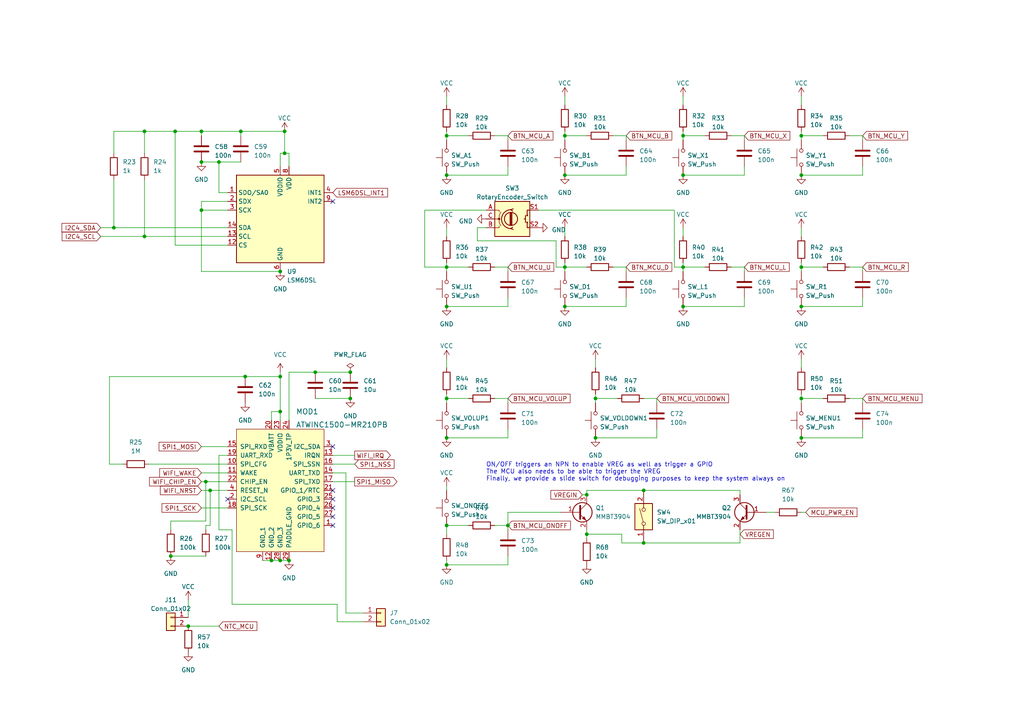
<source format=kicad_sch>
(kicad_sch (version 20230121) (generator eeschema)
  (paper "A4")
  (lib_symbols
    (symbol "ATWINC1500:ATWINC1500-MR210PB" (pin_names (offset 1.016))
      (property "Reference" "MOD" (at -15.2908 18.6436 0))
      (property "Value" "ATWINC1500-MR210PB" (at 0.8382 -19.1516 0))
      (symbol "ATWINC1500-MR210PB_0_1"
        (rectangle (start 10.16 17.78) (end -15.24 -17.78) (fill (type background)))
      )
      (symbol "ATWINC1500-MR210PB_1_1"
        (pin bidirectional line (at 12.7 -10.16 180) (length 2.54) (name "GPIO_6") (number "1"))
        (pin input line (at -17.78 7.62 0) (length 2.54) (name "SPI_CFG") (number "10"))
        (pin input line (at -17.78 5.08 0) (length 2.54) (name "WAKE") (number "11"))
        (pin power_in line (at -5.08 -20.32 90) (length 2.54) (name "GND_2") (number "12"))
        (pin output line (at 12.7 10.16 180) (length 2.54) (name "IRQN") (number "13"))
        (pin output line (at 12.7 5.08 180) (length 2.54) (name "UART_TXD") (number "14"))
        (pin bidirectional line (at -17.78 12.7 0) (length 2.54) (name "SPI_RXD") (number "15"))
        (pin bidirectional line (at 12.7 7.62 180) (length 2.54) (name "SPI_SSN") (number "16"))
        (pin bidirectional line (at 12.7 2.54 180) (length 2.54) (name "SPI_TXD") (number "17"))
        (pin input line (at -17.78 -5.08 0) (length 2.54) (name "SPI_SCK") (number "18"))
        (pin input line (at -17.78 10.16 0) (length 2.54) (name "UART_RXD") (number "19"))
        (pin input line (at -17.78 -2.54 0) (length 2.54) (name "I2C_SCL") (number "2"))
        (pin power_in line (at -5.08 20.32 270) (length 2.54) (name "VBATT") (number "20"))
        (pin bidirectional line (at 12.7 0 180) (length 2.54) (name "GPIO_1/RTC") (number "21"))
        (pin input line (at -17.78 2.54 0) (length 2.54) (name "CHIP_EN") (number "22"))
        (pin power_in line (at -2.54 20.32 270) (length 2.54) (name "VDDIO") (number "23"))
        (pin power_in line (at 0 20.32 270) (length 2.54) (name "1P3V_TP") (number "24"))
        (pin bidirectional line (at 12.7 -2.54 180) (length 2.54) (name "GPIO_3") (number "25"))
        (pin bidirectional line (at 12.7 -5.08 180) (length 2.54) (name "GPIO_4") (number "26"))
        (pin bidirectional line (at 12.7 -7.62 180) (length 2.54) (name "GPIO_5") (number "27"))
        (pin power_in line (at -2.54 -20.32 90) (length 2.54) (name "GND_3") (number "28"))
        (pin power_in line (at 0 -20.32 90) (length 2.54) (name "PADDLE_GND") (number "29"))
        (pin bidirectional line (at 12.7 12.7 180) (length 2.54) (name "I2C_SDA") (number "3"))
        (pin input line (at -17.78 0 0) (length 2.54) (name "RESET_N") (number "4"))
        (pin no_connect line (at 10.16 -12.7 180) (length 2.54) hide (name "NC") (number "5"))
        (pin no_connect line (at -15.24 -12.7 0) (length 2.54) hide (name "NC") (number "6"))
        (pin no_connect line (at -15.24 -10.16 0) (length 2.54) hide (name "NC") (number "7"))
        (pin no_connect line (at -15.24 -7.62 0) (length 2.54) hide (name "NC") (number "8"))
        (pin power_in line (at -7.62 -20.32 90) (length 2.54) (name "GND_1") (number "9"))
      )
    )
    (symbol "Connector_Generic:Conn_01x02" (pin_names (offset 1.016) hide)
      (property "Reference" "J" (at 0 2.54 0))
      (property "Value" "Conn_01x02" (at 0 -5.08 0))
      (symbol "Conn_01x02_1_1"
        (rectangle (start -1.27 -2.413) (end 0 -2.667) (stroke (width 0.1524)))
        (rectangle (start -1.27 0.127) (end 0 -0.127) (stroke (width 0.1524)))
        (rectangle (start -1.27 1.27) (end 1.27 -3.81) (stroke (width 0.254)) (fill (type background)))
        (pin passive line (at -5.08 0 0) (length 3.81) (name "Pin_1") (number "1"))
        (pin passive line (at -5.08 -2.54 0) (length 3.81) (name "Pin_2") (number "2"))
      )
    )
    (symbol "Device:C" (pin_numbers hide) (pin_names (offset 0.254))
      (property "Reference" "C" (at 0.635 2.54 0))
      (property "Value" "C" (at 0.635 -2.54 0))
      (symbol "C_0_1"
        (polyline (pts (xy -2.032 -0.762) (xy 2.032 -0.762)) (stroke (width 0.508)))
        (polyline (pts (xy -2.032 0.762) (xy 2.032 0.762)) (stroke (width 0.508)))
      )
      (symbol "C_1_1"
        (pin passive line (at 0 3.81 270) (length 2.794) (name "~") (number "1"))
        (pin passive line (at 0 -3.81 90) (length 2.794) (name "~") (number "2"))
      )
    )
    (symbol "Device:R" (pin_numbers hide) (pin_names (offset 0))
      (property "Reference" "R" (at 2.032 0 90))
      (property "Value" "R" (at 0 0 90))
      (symbol "R_0_1"
        (rectangle (start -1.016 -2.54) (end 1.016 2.54) (stroke (width 0.254)))
      )
      (symbol "R_1_1"
        (pin passive line (at 0 3.81 270) (length 1.27) (name "~") (number "1"))
        (pin passive line (at 0 -3.81 90) (length 1.27) (name "~") (number "2"))
      )
    )
    (symbol "Device:RotaryEncoder_Switch" (pin_names (offset 0.254) hide)
      (property "Reference" "SW" (at 0 6.604 0))
      (property "Value" "RotaryEncoder_Switch" (at 0 -6.604 0))
      (symbol "RotaryEncoder_Switch_0_1"
        (rectangle (start -5.08 5.08) (end 5.08 -5.08) (stroke (width 0.254)) (fill (type background)))
        (circle (center -3.81 0) (radius 0.254) (fill (type outline)))
        (circle (center -0.381 0) (radius 1.905) (stroke (width 0.254)))
        (arc (start -0.381 2.667) (mid -3.0988 -0.0635) (end -0.381 -2.794) (stroke (width 0.254)))
        (polyline (pts (xy -0.635 -1.778) (xy -0.635 1.778)) (stroke (width 0.254)))
        (polyline (pts (xy -0.381 -1.778) (xy -0.381 1.778)) (stroke (width 0.254)))
        (polyline (pts (xy -0.127 1.778) (xy -0.127 -1.778)) (stroke (width 0.254)))
        (polyline (pts (xy 3.81 0) (xy 3.429 0)) (stroke (width 0.254)))
        (polyline (pts (xy 3.81 1.016) (xy 3.81 -1.016)) (stroke (width 0.254)))
        (polyline (pts (xy -5.08 -2.54) (xy -3.81 -2.54) (xy -3.81 -2.032)))
        (polyline (pts (xy -5.08 2.54) (xy -3.81 2.54) (xy -3.81 2.032)))
        (polyline (pts (xy 0.254 -3.048) (xy -0.508 -2.794) (xy 0.127 -2.413)) (stroke (width 0.254)))
        (polyline (pts (xy 0.254 2.921) (xy -0.508 2.667) (xy 0.127 2.286)) (stroke (width 0.254)))
        (polyline (pts (xy 5.08 -2.54) (xy 4.318 -2.54) (xy 4.318 -1.016)) (stroke (width 0.254)))
        (polyline (pts (xy 5.08 2.54) (xy 4.318 2.54) (xy 4.318 1.016)) (stroke (width 0.254)))
        (polyline (pts (xy -5.08 0) (xy -3.81 0) (xy -3.81 -1.016) (xy -3.302 -2.032)))
        (polyline (pts (xy -4.318 0) (xy -3.81 0) (xy -3.81 1.016) (xy -3.302 2.032)))
        (circle (center 4.318 -1.016) (radius 0.127) (stroke (width 0.254)))
        (circle (center 4.318 1.016) (radius 0.127) (stroke (width 0.254)))
      )
      (symbol "RotaryEncoder_Switch_1_1"
        (pin passive line (at -7.62 2.54 0) (length 2.54) (name "A") (number "A"))
        (pin passive line (at -7.62 -2.54 0) (length 2.54) (name "B") (number "B"))
        (pin passive line (at -7.62 0 0) (length 2.54) (name "C") (number "C"))
        (pin passive line (at 7.62 2.54 180) (length 2.54) (name "S1") (number "S1"))
        (pin passive line (at 7.62 -2.54 180) (length 2.54) (name "S2") (number "S2"))
      )
    )
    (symbol "Sensor_Motion:LSM6DSL"
      (property "Reference" "U" (at -11.43 15.24 0))
      (property "Value" "LSM6DSL" (at -11.43 12.7 0))
      (symbol "LSM6DSL_0_1"
        (rectangle (start -12.7 12.7) (end 12.7 -12.7) (stroke (width 0.254)) (fill (type background)))
      )
      (symbol "LSM6DSL_1_1"
        (pin bidirectional line (at -15.24 7.62 0) (length 2.54) (name "SDO/SA0") (number "1"))
        (pin no_connect line (at 12.7 -5.08 180) (length 3.81) hide (name "NC") (number "10"))
        (pin no_connect line (at 12.7 -2.54 180) (length 3.81) hide (name "NC") (number "11"))
        (pin input line (at -15.24 -7.62 0) (length 2.54) (name "CS") (number "12"))
        (pin input line (at -15.24 -5.08 0) (length 2.54) (name "SCL") (number "13"))
        (pin bidirectional line (at -15.24 -2.54 0) (length 2.54) (name "SDA") (number "14"))
        (pin bidirectional line (at -15.24 5.08 0) (length 2.54) (name "SDX") (number "2"))
        (pin input line (at -15.24 2.54 0) (length 2.54) (name "SCX") (number "3"))
        (pin output line (at 15.24 7.62 180) (length 2.54) (name "INT1") (number "4"))
        (pin power_in line (at 0 15.24 270) (length 2.54) (name "VDDIO") (number "5"))
        (pin power_in line (at 0 -15.24 90) (length 2.54) (name "GND") (number "6"))
        (pin passive line (at 0 -15.24 90) (length 2.54) hide (name "GND") (number "7"))
        (pin power_in line (at 2.54 15.24 270) (length 2.54) (name "VDD") (number "8"))
        (pin output line (at 15.24 5.08 180) (length 2.54) (name "INT2") (number "9"))
      )
    )
    (symbol "Switch:SW_DIP_x01" (pin_names (offset 0) hide)
      (property "Reference" "SW" (at 0 3.81 0))
      (property "Value" "SW_DIP_x01" (at 0 -3.81 0))
      (symbol "SW_DIP_x01_0_0"
        (circle (center -2.032 0) (radius 0.508))
        (polyline (pts (xy -1.524 0.127) (xy 2.3622 1.1684)))
        (circle (center 2.032 0) (radius 0.508))
      )
      (symbol "SW_DIP_x01_0_1"
        (rectangle (start -3.81 2.54) (end 3.81 -2.54) (stroke (width 0.254)) (fill (type background)))
      )
      (symbol "SW_DIP_x01_1_1"
        (pin passive line (at -7.62 0 0) (length 5.08) (name "~") (number "1"))
        (pin passive line (at 7.62 0 180) (length 5.08) (name "~") (number "2"))
      )
    )
    (symbol "Switch:SW_Push" (pin_numbers hide) (pin_names (offset 1.016) hide)
      (property "Reference" "SW" (at 1.27 2.54 0))
      (property "Value" "SW_Push" (at 0 -1.524 0))
      (symbol "SW_Push_0_1"
        (circle (center -2.032 0) (radius 0.508))
        (polyline (pts (xy 0 1.27) (xy 0 3.048)))
        (polyline (pts (xy 2.54 1.27) (xy -2.54 1.27)))
        (circle (center 2.032 0) (radius 0.508))
        (pin passive line (at -5.08 0 0) (length 2.54) (name "1") (number "1"))
        (pin passive line (at 5.08 0 180) (length 2.54) (name "2") (number "2"))
      )
    )
    (symbol "Transistor_BJT:MMBT3904" (pin_names (offset 0) hide)
      (property "Reference" "Q" (at 5.08 1.905 0))
      (property "Value" "MMBT3904" (at 5.08 0 0))
      (symbol "MMBT3904_0_1"
        (polyline (pts (xy 0.635 0.635) (xy 2.54 2.54)))
        (polyline (pts (xy 0.635 -0.635) (xy 2.54 -2.54) (xy 2.54 -2.54)))
        (polyline (pts (xy 0.635 1.905) (xy 0.635 -1.905) (xy 0.635 -1.905)) (stroke (width 0.508)))
        (polyline (pts (xy 1.27 -1.778) (xy 1.778 -1.27) (xy 2.286 -2.286) (xy 1.27 -1.778) (xy 1.27 -1.778)) (fill (type outline)))
        (circle (center 1.27 0) (radius 2.8194) (stroke (width 0.254)))
      )
      (symbol "MMBT3904_1_1"
        (pin input line (at -5.08 0 0) (length 5.715) (name "B") (number "1"))
        (pin passive line (at 2.54 -5.08 90) (length 2.54) (name "E") (number "2"))
        (pin passive line (at 2.54 5.08 270) (length 2.54) (name "C") (number "3"))
      )
    )
    (symbol "power:GND" (power) (pin_names (offset 0))
      (property "Value" "GND" (at 0 -3.81 0))
      (symbol "GND_0_1"
        (polyline (pts (xy 0 0) (xy 0 -1.27) (xy 1.27 -1.27) (xy 0 -2.54) (xy -1.27 -1.27) (xy 0 -1.27)))
      )
      (symbol "GND_1_1"
        (pin power_in line (at 0 0 270) (length 0) hide (name "GND") (number "1"))
      )
    )
    (symbol "power:PWR_FLAG" (power) (pin_numbers hide) (pin_names (offset 0) hide)
      (property "Value" "PWR_FLAG" (at 0 3.81 0))
      (symbol "PWR_FLAG_0_0"
        (pin power_out line (at 0 0 90) (length 0) (name "pwr") (number "1"))
      )
      (symbol "PWR_FLAG_0_1"
        (polyline (pts (xy 0 0) (xy 0 1.27) (xy -1.016 1.905) (xy 0 2.54) (xy 1.016 1.905) (xy 0 1.27)))
      )
    )
    (symbol "power:VCC" (power) (pin_names (offset 0))
      (property "Value" "VCC" (at 0 3.81 0))
      (symbol "VCC_0_1"
        (polyline (pts (xy -0.762 1.27) (xy 0 2.54)))
        (polyline (pts (xy 0 0) (xy 0 2.54)))
        (polyline (pts (xy 0 2.54) (xy 0.762 1.27)))
      )
      (symbol "VCC_1_1"
        (pin power_in line (at 0 0 90) (length 0) hide (name "VCC") (number "1"))
      )
    )
  )
  (junction (at 82.55 44.45))
  (junction (at 101.6 115.57))
  (junction (at 81.28 109.22))
  (junction (at 63.5 46.99))
  (junction (at 41.91 38.1))
  (junction (at 198.12 77.47))
  (junction (at 91.44 107.95))
  (junction (at 198.12 50.8))
  (junction (at 81.28 78.74))
  (junction (at 232.41 39.37))
  (junction (at 54.61 181.61))
  (junction (at 198.12 39.37))
  (junction (at 81.28 119.38))
  (junction (at 78.74 162.56))
  (junction (at 163.83 50.8))
  (junction (at 82.55 38.1))
  (junction (at 170.18 143.51))
  (junction (at 170.18 154.94))
  (junction (at 58.42 60.96))
  (junction (at 129.54 115.57))
  (junction (at 129.54 39.37))
  (junction (at 129.54 127))
  (junction (at 129.54 88.9))
  (junction (at 186.69 142.24))
  (junction (at 232.41 88.9))
  (junction (at 163.83 88.9))
  (junction (at 147.32 152.4))
  (junction (at 129.54 50.8))
  (junction (at 81.28 162.56))
  (junction (at 101.6 107.95))
  (junction (at 58.42 38.1))
  (junction (at 232.41 115.57))
  (junction (at 232.41 77.47))
  (junction (at 58.42 46.99))
  (junction (at 129.54 163.83))
  (junction (at 83.82 162.56))
  (junction (at 172.72 127))
  (junction (at 232.41 50.8))
  (junction (at 69.85 38.1))
  (junction (at 172.72 115.57))
  (junction (at 129.54 77.47))
  (junction (at 49.53 161.29))
  (junction (at 232.41 127))
  (junction (at 198.12 88.9))
  (junction (at 33.02 66.04))
  (junction (at 163.83 77.47))
  (junction (at 129.54 152.4))
  (junction (at 41.91 68.58))
  (junction (at 186.69 157.48))
  (junction (at 60.96 142.24))
  (junction (at 50.8 38.1))
  (junction (at 59.69 139.7))
  (junction (at 71.12 109.22))
  (junction (at 163.83 39.37))
  (no_connect (at 96.52 152.4))
  (no_connect (at 66.04 144.78))
  (no_connect (at 96.52 144.78))
  (no_connect (at 96.52 149.86))
  (no_connect (at 96.52 147.32))
  (no_connect (at 96.52 129.54))
  (no_connect (at 96.52 142.24))
  (no_connect (at 96.52 58.42))
  (wire (pts (xy 41.91 52.07) (xy 41.91 68.58)))
  (wire (pts (xy 54.61 173.99) (xy 54.61 179.07)))
  (wire (pts (xy 163.83 76.2) (xy 163.83 77.47)))
  (wire (pts (xy 129.54 38.1) (xy 129.54 39.37)))
  (wire (pts (xy 172.72 104.14) (xy 172.72 106.68)))
  (wire (pts (xy 214.63 153.67) (xy 214.63 157.48)))
  (wire (pts (xy 180.34 154.94) (xy 180.34 157.48)))
  (wire (pts (xy 49.53 153.67) (xy 49.53 151.13)))
  (wire (pts (xy 172.72 114.3) (xy 172.72 115.57)))
  (wire (pts (xy 129.54 77.47) (xy 135.89 77.47)))
  (wire (pts (xy 78.74 162.56) (xy 81.28 162.56)))
  (wire (pts (xy 129.54 77.47) (xy 129.54 78.74)))
  (wire (pts (xy 195.58 77.47) (xy 195.58 60.96)))
  (wire (pts (xy 198.12 39.37) (xy 204.47 39.37)))
  (wire (pts (xy 129.54 140.97) (xy 129.54 142.24)))
  (wire (pts (xy 143.51 115.57) (xy 147.32 115.57)))
  (wire (pts (xy 198.12 38.1) (xy 198.12 39.37)))
  (wire (pts (xy 81.28 109.22) (xy 81.28 119.38)))
  (wire (pts (xy 59.69 139.7) (xy 66.04 139.7)))
  (wire (pts (xy 129.54 27.94) (xy 129.54 30.48)))
  (wire (pts (xy 186.69 142.24) (xy 214.63 142.24)))
  (wire (pts (xy 29.21 68.58) (xy 41.91 68.58)))
  (wire (pts (xy 181.61 77.47) (xy 181.61 78.74)))
  (wire (pts (xy 43.18 134.62) (xy 66.04 134.62)))
  (wire (pts (xy 123.19 77.47) (xy 129.54 77.47)))
  (wire (pts (xy 181.61 88.9) (xy 181.61 86.36)))
  (wire (pts (xy 71.12 109.22) (xy 81.28 109.22)))
  (wire (pts (xy 58.42 147.32) (xy 66.04 147.32)))
  (wire (pts (xy 81.28 107.95) (xy 81.28 109.22)))
  (wire (pts (xy 172.72 115.57) (xy 172.72 116.84)))
  (wire (pts (xy 97.79 180.34) (xy 105.41 180.34)))
  (wire (pts (xy 198.12 77.47) (xy 198.12 78.74)))
  (wire (pts (xy 170.18 154.94) (xy 170.18 156.21)))
  (wire (pts (xy 215.9 77.47) (xy 215.9 78.74)))
  (wire (pts (xy 31.75 109.22) (xy 31.75 134.62)))
  (wire (pts (xy 212.09 39.37) (xy 215.9 39.37)))
  (wire (pts (xy 33.02 52.07) (xy 33.02 66.04)))
  (wire (pts (xy 163.83 77.47) (xy 163.83 78.74)))
  (wire (pts (xy 143.51 152.4) (xy 147.32 152.4)))
  (wire (pts (xy 58.42 46.99) (xy 63.5 46.99)))
  (wire (pts (xy 69.85 38.1) (xy 69.85 39.37)))
  (wire (pts (xy 177.8 77.47) (xy 181.61 77.47)))
  (wire (pts (xy 181.61 50.8) (xy 181.61 48.26)))
  (wire (pts (xy 250.19 77.47) (xy 250.19 78.74)))
  (wire (pts (xy 63.5 55.88) (xy 63.5 46.99)))
  (wire (pts (xy 129.54 115.57) (xy 129.54 116.84)))
  (wire (pts (xy 82.55 38.1) (xy 82.55 44.45)))
  (wire (pts (xy 143.51 39.37) (xy 147.32 39.37)))
  (wire (pts (xy 232.41 39.37) (xy 238.76 39.37)))
  (wire (pts (xy 222.25 148.59) (xy 224.79 148.59)))
  (wire (pts (xy 170.18 142.24) (xy 186.69 142.24)))
  (wire (pts (xy 58.42 142.24) (xy 60.96 142.24)))
  (wire (pts (xy 163.83 66.04) (xy 163.83 68.58)))
  (wire (pts (xy 147.32 88.9) (xy 147.32 86.36)))
  (wire (pts (xy 129.54 39.37) (xy 129.54 40.64)))
  (wire (pts (xy 163.83 38.1) (xy 163.83 39.37)))
  (wire (pts (xy 138.43 66.04) (xy 140.97 66.04)))
  (wire (pts (xy 246.38 39.37) (xy 250.19 39.37)))
  (wire (pts (xy 198.12 39.37) (xy 198.12 40.64)))
  (wire (pts (xy 59.69 139.7) (xy 59.69 151.13)))
  (wire (pts (xy 123.19 60.96) (xy 123.19 77.47)))
  (wire (pts (xy 129.54 104.14) (xy 129.54 106.68)))
  (wire (pts (xy 49.53 151.13) (xy 59.69 151.13)))
  (wire (pts (xy 129.54 115.57) (xy 135.89 115.57)))
  (wire (pts (xy 190.5 127) (xy 190.5 124.46)))
  (wire (pts (xy 59.69 152.4) (xy 60.96 152.4)))
  (wire (pts (xy 147.32 77.47) (xy 147.32 78.74)))
  (wire (pts (xy 190.5 115.57) (xy 190.5 116.84)))
  (wire (pts (xy 198.12 27.94) (xy 198.12 30.48)))
  (wire (pts (xy 83.82 48.26) (xy 83.82 44.45)))
  (wire (pts (xy 147.32 163.83) (xy 147.32 161.29)))
  (wire (pts (xy 63.5 46.99) (xy 69.85 46.99)))
  (wire (pts (xy 170.18 153.67) (xy 170.18 154.94)))
  (wire (pts (xy 163.83 39.37) (xy 170.18 39.37)))
  (wire (pts (xy 58.42 139.7) (xy 59.69 139.7)))
  (wire (pts (xy 78.74 119.38) (xy 78.74 121.92)))
  (wire (pts (xy 215.9 88.9) (xy 215.9 86.36)))
  (wire (pts (xy 163.83 88.9) (xy 181.61 88.9)))
  (wire (pts (xy 250.19 115.57) (xy 250.19 116.84)))
  (wire (pts (xy 58.42 137.16) (xy 66.04 137.16)))
  (wire (pts (xy 129.54 163.83) (xy 147.32 163.83)))
  (wire (pts (xy 91.44 115.57) (xy 101.6 115.57)))
  (wire (pts (xy 50.8 71.12) (xy 50.8 38.1)))
  (wire (pts (xy 71.12 109.22) (xy 31.75 109.22)))
  (wire (pts (xy 212.09 77.47) (xy 215.9 77.47)))
  (wire (pts (xy 215.9 39.37) (xy 215.9 40.64)))
  (wire (pts (xy 198.12 66.04) (xy 198.12 68.58)))
  (wire (pts (xy 147.32 152.4) (xy 147.32 148.59)))
  (wire (pts (xy 232.41 104.14) (xy 232.41 106.68)))
  (wire (pts (xy 129.54 162.56) (xy 129.54 163.83)))
  (wire (pts (xy 66.04 71.12) (xy 50.8 71.12)))
  (wire (pts (xy 186.69 157.48) (xy 214.63 157.48)))
  (wire (pts (xy 170.18 154.94) (xy 180.34 154.94)))
  (wire (pts (xy 67.31 175.26) (xy 97.79 175.26)))
  (wire (pts (xy 232.41 66.04) (xy 232.41 68.58)))
  (wire (pts (xy 81.28 119.38) (xy 78.74 119.38)))
  (wire (pts (xy 181.61 39.37) (xy 181.61 40.64)))
  (wire (pts (xy 147.32 39.37) (xy 147.32 40.64)))
  (wire (pts (xy 232.41 39.37) (xy 232.41 40.64)))
  (wire (pts (xy 83.82 121.92) (xy 83.82 107.95)))
  (wire (pts (xy 63.5 153.67) (xy 67.31 153.67)))
  (wire (pts (xy 232.41 115.57) (xy 232.41 116.84)))
  (wire (pts (xy 83.82 107.95) (xy 91.44 107.95)))
  (wire (pts (xy 50.8 38.1) (xy 41.91 38.1)))
  (wire (pts (xy 33.02 38.1) (xy 33.02 44.45)))
  (wire (pts (xy 232.41 76.2) (xy 232.41 77.47)))
  (wire (pts (xy 163.83 39.37) (xy 163.83 40.64)))
  (wire (pts (xy 170.18 143.51) (xy 170.18 142.24)))
  (wire (pts (xy 96.52 134.62) (xy 102.87 134.62)))
  (wire (pts (xy 232.41 114.3) (xy 232.41 115.57)))
  (wire (pts (xy 96.52 137.16) (xy 100.33 137.16)))
  (wire (pts (xy 29.21 66.04) (xy 33.02 66.04)))
  (wire (pts (xy 177.8 39.37) (xy 181.61 39.37)))
  (wire (pts (xy 66.04 60.96) (xy 58.42 60.96)))
  (wire (pts (xy 163.83 27.94) (xy 163.83 30.48)))
  (wire (pts (xy 66.04 55.88) (xy 63.5 55.88)))
  (wire (pts (xy 59.69 153.67) (xy 59.69 152.4)))
  (wire (pts (xy 31.75 134.62) (xy 35.56 134.62)))
  (wire (pts (xy 81.28 119.38) (xy 81.28 121.92)))
  (wire (pts (xy 246.38 115.57) (xy 250.19 115.57)))
  (wire (pts (xy 140.97 60.96) (xy 123.19 60.96)))
  (wire (pts (xy 83.82 44.45) (xy 82.55 44.45)))
  (wire (pts (xy 129.54 66.04) (xy 129.54 68.58)))
  (wire (pts (xy 232.41 148.59) (xy 233.68 148.59)))
  (wire (pts (xy 129.54 39.37) (xy 135.89 39.37)))
  (wire (pts (xy 172.72 115.57) (xy 179.07 115.57)))
  (wire (pts (xy 250.19 127) (xy 250.19 124.46)))
  (wire (pts (xy 60.96 142.24) (xy 66.04 142.24)))
  (wire (pts (xy 246.38 77.47) (xy 250.19 77.47)))
  (wire (pts (xy 91.44 107.95) (xy 101.6 107.95)))
  (wire (pts (xy 147.32 127) (xy 147.32 124.46)))
  (wire (pts (xy 66.04 58.42) (xy 58.42 58.42)))
  (wire (pts (xy 250.19 39.37) (xy 250.19 40.64)))
  (wire (pts (xy 96.52 139.7) (xy 102.87 139.7)))
  (wire (pts (xy 198.12 77.47) (xy 204.47 77.47)))
  (wire (pts (xy 214.63 142.24) (xy 214.63 143.51)))
  (wire (pts (xy 129.54 76.2) (xy 129.54 77.47)))
  (wire (pts (xy 147.32 50.8) (xy 147.32 48.26)))
  (wire (pts (xy 161.29 69.85) (xy 138.43 69.85)))
  (wire (pts (xy 129.54 88.9) (xy 147.32 88.9)))
  (wire (pts (xy 180.34 157.48) (xy 186.69 157.48)))
  (wire (pts (xy 54.61 181.61) (xy 63.5 181.61)))
  (wire (pts (xy 232.41 38.1) (xy 232.41 39.37)))
  (wire (pts (xy 163.83 77.47) (xy 170.18 77.47)))
  (wire (pts (xy 198.12 77.47) (xy 195.58 77.47)))
  (wire (pts (xy 58.42 58.42) (xy 58.42 60.96)))
  (wire (pts (xy 58.42 60.96) (xy 58.42 78.74)))
  (wire (pts (xy 129.54 152.4) (xy 135.89 152.4)))
  (wire (pts (xy 147.32 152.4) (xy 147.32 153.67)))
  (wire (pts (xy 250.19 50.8) (xy 250.19 48.26)))
  (wire (pts (xy 198.12 88.9) (xy 215.9 88.9)))
  (wire (pts (xy 147.32 148.59) (xy 162.56 148.59)))
  (wire (pts (xy 69.85 38.1) (xy 58.42 38.1)))
  (wire (pts (xy 215.9 50.8) (xy 215.9 48.26)))
  (wire (pts (xy 76.2 162.56) (xy 78.74 162.56)))
  (wire (pts (xy 63.5 132.08) (xy 63.5 153.67)))
  (wire (pts (xy 186.69 115.57) (xy 190.5 115.57)))
  (wire (pts (xy 41.91 38.1) (xy 41.91 44.45)))
  (wire (pts (xy 129.54 114.3) (xy 129.54 115.57)))
  (wire (pts (xy 81.28 44.45) (xy 81.28 48.26)))
  (wire (pts (xy 138.43 69.85) (xy 138.43 66.04)))
  (wire (pts (xy 60.96 142.24) (xy 60.96 152.4)))
  (wire (pts (xy 143.51 77.47) (xy 147.32 77.47)))
  (wire (pts (xy 66.04 132.08) (xy 63.5 132.08)))
  (wire (pts (xy 58.42 38.1) (xy 58.42 39.37)))
  (wire (pts (xy 161.29 77.47) (xy 161.29 69.85)))
  (wire (pts (xy 195.58 60.96) (xy 156.21 60.96)))
  (wire (pts (xy 49.53 161.29) (xy 59.69 161.29)))
  (wire (pts (xy 96.52 132.08) (xy 102.87 132.08)))
  (wire (pts (xy 163.83 50.8) (xy 181.61 50.8)))
  (wire (pts (xy 33.02 66.04) (xy 66.04 66.04)))
  (wire (pts (xy 232.41 115.57) (xy 238.76 115.57)))
  (wire (pts (xy 129.54 50.8) (xy 147.32 50.8)))
  (wire (pts (xy 100.33 177.8) (xy 105.41 177.8)))
  (wire (pts (xy 232.41 50.8) (xy 250.19 50.8)))
  (wire (pts (xy 81.28 162.56) (xy 83.82 162.56)))
  (wire (pts (xy 82.55 38.1) (xy 69.85 38.1)))
  (wire (pts (xy 97.79 175.26) (xy 97.79 180.34)))
  (wire (pts (xy 232.41 127) (xy 250.19 127)))
  (wire (pts (xy 198.12 50.8) (xy 215.9 50.8)))
  (wire (pts (xy 58.42 38.1) (xy 50.8 38.1)))
  (wire (pts (xy 58.42 78.74) (xy 81.28 78.74)))
  (wire (pts (xy 250.19 88.9) (xy 250.19 86.36)))
  (wire (pts (xy 41.91 38.1) (xy 33.02 38.1)))
  (wire (pts (xy 232.41 77.47) (xy 238.76 77.47)))
  (wire (pts (xy 172.72 127) (xy 190.5 127)))
  (wire (pts (xy 198.12 76.2) (xy 198.12 77.47)))
  (wire (pts (xy 232.41 88.9) (xy 250.19 88.9)))
  (wire (pts (xy 129.54 127) (xy 147.32 127)))
  (wire (pts (xy 67.31 153.67) (xy 67.31 175.26)))
  (wire (pts (xy 100.33 137.16) (xy 100.33 177.8)))
  (wire (pts (xy 232.41 77.47) (xy 232.41 78.74)))
  (wire (pts (xy 129.54 152.4) (xy 129.54 154.94)))
  (wire (pts (xy 168.91 143.51) (xy 170.18 143.51)))
  (wire (pts (xy 58.42 129.54) (xy 66.04 129.54)))
  (wire (pts (xy 147.32 115.57) (xy 147.32 116.84)))
  (wire (pts (xy 163.83 77.47) (xy 161.29 77.47)))
  (wire (pts (xy 232.41 27.94) (xy 232.41 30.48)))
  (wire (pts (xy 82.55 44.45) (xy 81.28 44.45)))
  (wire (pts (xy 41.91 68.58) (xy 66.04 68.58)))
  (text "ON/OFF triggers an NPN to enable VREG as well as trigger a GPIO\nThe MCU also needs to be able to trigger the VREG\nFinally, we provide a slide switch for debugging purposes to keep the system always on" (at 140.97 139.7 0) (effects (font (size 1.27 1.27)) (justify left bottom)))
  (global_label "I2C4_SDA" (shape input) (at 29.21 66.04 180) (property "Intersheetrefs" "${INTERSHEET_REFS}" (effects hide)))
  (global_label "BTN_MCU_D" (shape input) (at 181.61 77.47 0) (property "Intersheetrefs" "${INTERSHEET_REFS}" (effects hide)))
  (global_label "SPI1_MOSI" (shape input) (at 58.42 129.54 180) (property "Intersheetrefs" "${INTERSHEET_REFS}" (effects hide)))
  (global_label "BTN_MCU_MENU" (shape input) (at 250.19 115.57 0) (property "Intersheetrefs" "${INTERSHEET_REFS}" (effects hide)))
  (global_label "BTN_MCU_R" (shape input) (at 250.19 77.47 0) (property "Intersheetrefs" "${INTERSHEET_REFS}" (effects hide)))
  (global_label "BTN_MCU_VOLUP" (shape input) (at 147.32 115.57 0) (property "Intersheetrefs" "${INTERSHEET_REFS}" (effects hide)))
  (global_label "WIFI_WAKE" (shape input) (at 58.42 137.16 180) (property "Intersheetrefs" "${INTERSHEET_REFS}" (effects hide)))
  (global_label "WIFI_IRQ" (shape output) (at 102.87 132.08 0) (property "Intersheetrefs" "${INTERSHEET_REFS}" (effects hide)))
  (global_label "WIFI_CHIP_EN" (shape input) (at 58.42 139.7 180) (property "Intersheetrefs" "${INTERSHEET_REFS}" (effects hide)))
  (global_label "BTN_MCU_Y" (shape input) (at 250.19 39.37 0) (property "Intersheetrefs" "${INTERSHEET_REFS}" (effects hide)))
  (global_label "SPI1_MISO" (shape output) (at 102.87 139.7 0) (property "Intersheetrefs" "${INTERSHEET_REFS}" (effects hide)))
  (global_label "SPI1_NSS" (shape input) (at 102.87 134.62 0) (property "Intersheetrefs" "${INTERSHEET_REFS}" (effects hide)))
  (global_label "LSM6DSL_INT1" (shape input) (at 96.52 55.88 0) (property "Intersheetrefs" "${INTERSHEET_REFS}" (effects hide)))
  (global_label "VREGIN" (shape input) (at 168.91 143.51 180) (property "Intersheetrefs" "${INTERSHEET_REFS}" (effects hide)))
  (global_label "WIFI_NRST" (shape input) (at 58.42 142.24 180) (property "Intersheetrefs" "${INTERSHEET_REFS}" (effects hide)))
  (global_label "MCU_PWR_EN" (shape input) (at 233.68 148.59 0) (property "Intersheetrefs" "${INTERSHEET_REFS}" (effects hide)))
  (global_label "BTN_MCU_A" (shape input) (at 147.32 39.37 0) (property "Intersheetrefs" "${INTERSHEET_REFS}" (effects hide)))
  (global_label "SPI1_SCK" (shape input) (at 58.42 147.32 180) (property "Intersheetrefs" "${INTERSHEET_REFS}" (effects hide)))
  (global_label "BTN_MCU_VOLDOWN" (shape input) (at 190.5 115.57 0) (property "Intersheetrefs" "${INTERSHEET_REFS}" (effects hide)))
  (global_label "I2C4_SCL" (shape input) (at 29.21 68.58 180) (property "Intersheetrefs" "${INTERSHEET_REFS}" (effects hide)))
  (global_label "BTN_MCU_B" (shape input) (at 181.61 39.37 0) (property "Intersheetrefs" "${INTERSHEET_REFS}" (effects hide)))
  (global_label "BTN_MCU_ONOFF" (shape input) (at 147.32 152.4 0) (property "Intersheetrefs" "${INTERSHEET_REFS}" (effects hide)))
  (global_label "VREGEN" (shape input) (at 214.63 154.94 0) (property "Intersheetrefs" "${INTERSHEET_REFS}" (effects hide)))
  (global_label "BTN_MCU_X" (shape input) (at 215.9 39.37 0) (property "Intersheetrefs" "${INTERSHEET_REFS}" (effects hide)))
  (global_label "BTN_MCU_L" (shape input) (at 215.9 77.47 0) (property "Intersheetrefs" "${INTERSHEET_REFS}" (effects hide)))
  (global_label "NTC_MCU" (shape input) (at 63.5 181.61 0) (property "Intersheetrefs" "${INTERSHEET_REFS}" (effects hide)))
  (global_label "BTN_MCU_U" (shape input) (at 147.32 77.47 0) (property "Intersheetrefs" "${INTERSHEET_REFS}" (effects hide)))
  (symbol (lib_id "power:VCC") (at 82.55 38.1 0) (unit 1)
    (property "Reference" "#PWR032" (effects hide))
    (property "Value" "VCC" (at 82.55 34.29 0))
  )
  (symbol (lib_id "Device:R") (at 139.7 39.37 90) (unit 1)
    (property "Reference" "R29" (at 139.7 34.29 90))
    (property "Value" "10k" (at 139.7 36.83 90))
    (property "Footprint" "Resistor_SMD:R_0603_1608Metric" (effects hide))
  )
  (symbol (lib_id "Switch:SW_DIP_x01") (at 186.69 149.86 90) (unit 1)
    (property "Reference" "SW4" (at 190.5 148.59 90) (effects (justify right)))
    (property "Value" "SW_DIP_x01" (at 190.5 151.13 90) (effects (justify right)))
    (property "Footprint" "Button_Switch_THT:SW_DIP_SPSTx01_Slide_9.78x4.72mm_W7.62mm_P2.54mm" (effects hide))
  )
  (symbol (lib_id "Device:C") (at 215.9 82.55 0) (unit 1)
    (property "Reference" "C69" (at 219.71 81.915 0) (effects (justify left)))
    (property "Value" "100n" (at 219.71 84.455 0) (effects (justify left)))
    (property "Footprint" "Capacitor_SMD:C_0603_1608Metric" (effects hide))
  )
  (symbol (lib_id "Device:C") (at 215.9 44.45 0) (unit 1)
    (property "Reference" "C65" (at 219.71 43.815 0) (effects (justify left)))
    (property "Value" "100n" (at 219.71 46.355 0) (effects (justify left)))
    (property "Footprint" "Capacitor_SMD:C_0603_1608Metric" (effects hide))
  )
  (symbol (lib_id "power:PWR_FLAG") (at 101.6 107.95 0) (unit 1)
    (property "Reference" "#FLG07" (effects hide))
    (property "Value" "PWR_FLAG" (at 101.6 102.87 0))
    (instances (project "gk" (path "" (reference "#FLG07") (unit 1))) (project "MusicPlayer" (path "" (reference "#FLG0101") (unit 1))))
  )
  (symbol (lib_id "power:GND") (at 232.41 127 0) (unit 1)
    (property "Reference" "#PWR063" (effects hide))
    (property "Value" "GND" (at 232.41 132.08 0))
  )
  (symbol (lib_id "Device:R") (at 139.7 115.57 90) (unit 1)
    (property "Reference" "R45" (at 139.7 110.49 90))
    (property "Value" "10k" (at 139.7 113.03 90))
    (property "Footprint" "Resistor_SMD:R_0603_1608Metric" (effects hide))
  )
  (symbol (lib_id "Device:R") (at 232.41 72.39 0) (unit 1)
    (property "Reference" "R42" (at 234.95 71.755 0) (effects (justify left)))
    (property "Value" "10k" (at 234.95 74.295 0) (effects (justify left)))
    (property "Footprint" "Resistor_SMD:R_0603_1608Metric" (effects hide))
  )
  (symbol (lib_id "Switch:SW_Push") (at 232.41 45.72 90) (unit 1)
    (property "Reference" "SW_Y1" (at 233.68 45.085 90) (effects (justify right)))
    (property "Value" "SW_Push" (at 233.68 47.625 90) (effects (justify right)))
    (property "Footprint" "gk:TouchButton-8x8mm" (effects hide))
  )
  (symbol (lib_id "power:GND") (at 83.82 162.56 0) (unit 1)
    (property "Reference" "#PWR039" (effects hide))
    (property "Value" "GND" (at 83.82 167.64 0))
    (instances (project "gk" (path "" (reference "#PWR039") (unit 1))) (project "MusicPlayer" (path "" (reference "#PWR065") (unit 1))))
  )
  (symbol (lib_id "Device:R") (at 242.57 115.57 90) (unit 1)
    (property "Reference" "R51" (at 242.57 110.49 90))
    (property "Value" "10k" (at 242.57 113.03 90))
    (property "Footprint" "Resistor_SMD:R_0603_1608Metric" (effects hide))
  )
  (symbol (lib_id "Device:R") (at 41.91 48.26 0) (unit 1)
    (property "Reference" "R24" (at 44.45 46.99 0) (effects (justify left)))
    (property "Value" "1k" (at 44.45 49.53 0) (effects (justify left)))
    (property "Footprint" "Resistor_SMD:R_0603_1608Metric" (effects hide))
  )
  (symbol (lib_id "Device:C") (at 58.42 43.18 0) (unit 1)
    (property "Reference" "C58" (at 62.23 42.545 0) (effects (justify left)))
    (property "Value" "100n" (at 62.23 45.085 0) (effects (justify left)))
    (property "Footprint" "Capacitor_SMD:C_0603_1608Metric" (effects hide))
  )
  (symbol (lib_id "Device:C") (at 147.32 82.55 0) (unit 1)
    (property "Reference" "C67" (at 151.13 81.915 0) (effects (justify left)))
    (property "Value" "100n" (at 151.13 84.455 0) (effects (justify left)))
    (property "Footprint" "Capacitor_SMD:C_0603_1608Metric" (effects hide))
  )
  (symbol (lib_id "Device:R") (at 172.72 110.49 0) (unit 1)
    (property "Reference" "R46" (at 175.26 109.855 0) (effects (justify left)))
    (property "Value" "10k" (at 175.26 112.395 0) (effects (justify left)))
    (property "Footprint" "Resistor_SMD:R_0603_1608Metric" (effects hide))
  )
  (symbol (lib_id "Device:R") (at 139.7 152.4 90) (unit 1)
    (property "Reference" "R49" (at 139.7 147.32 90))
    (property "Value" "10k" (at 139.7 149.86 90))
    (property "Footprint" "Resistor_SMD:R_0603_1608Metric" (effects hide))
  )
  (symbol (lib_id "Transistor_BJT:MMBT3904") (at 217.17 148.59 0) (mirror y) (unit 1)
    (property "Reference" "Q2" (at 212.09 147.32 0) (effects (justify left)))
    (property "Value" "MMBT3904" (at 212.09 149.86 0) (effects (justify left)))
    (property "Footprint" "Package_TO_SOT_SMD:SOT-23" (effects hide))
    (property "Datasheet" "https://www.onsemi.com/pdf/datasheet/pzt3904-d.pdf" (effects hide))
  )
  (symbol (lib_id "power:VCC") (at 232.41 27.94 0) (unit 1)
    (property "Reference" "#PWR046" (effects hide))
    (property "Value" "VCC" (at 232.41 24.13 0))
  )
  (symbol (lib_id "power:VCC") (at 232.41 66.04 0) (unit 1)
    (property "Reference" "#PWR054" (effects hide))
    (property "Value" "VCC" (at 232.41 62.23 0))
  )
  (symbol (lib_id "power:GND") (at 54.61 189.23 0) (unit 1)
    (property "Reference" "#PWR072" (effects hide))
    (property "Value" "GND" (at 54.61 194.31 0))
  )
  (symbol (lib_id "Device:R") (at 208.28 39.37 90) (unit 1)
    (property "Reference" "R33" (at 208.28 34.29 90))
    (property "Value" "10k" (at 208.28 36.83 90))
    (property "Footprint" "Resistor_SMD:R_0603_1608Metric" (effects hide))
  )
  (symbol (lib_id "Device:C") (at 147.32 44.45 0) (unit 1)
    (property "Reference" "C63" (at 151.13 43.815 0) (effects (justify left)))
    (property "Value" "100n" (at 151.13 46.355 0) (effects (justify left)))
    (property "Footprint" "Capacitor_SMD:C_0603_1608Metric" (effects hide))
  )
  (symbol (lib_id "Device:R") (at 232.41 34.29 0) (unit 1)
    (property "Reference" "R34" (at 234.95 33.655 0) (effects (justify left)))
    (property "Value" "10k" (at 234.95 36.195 0) (effects (justify left)))
    (property "Footprint" "Resistor_SMD:R_0603_1608Metric" (effects hide))
  )
  (symbol (lib_id "Device:R") (at 129.54 72.39 0) (unit 1)
    (property "Reference" "R36" (at 132.08 71.755 0) (effects (justify left)))
    (property "Value" "10k" (at 132.08 74.295 0) (effects (justify left)))
    (property "Footprint" "Resistor_SMD:R_0603_1608Metric" (effects hide))
  )
  (symbol (lib_id "Device:R") (at 232.41 110.49 0) (unit 1)
    (property "Reference" "R50" (at 234.95 109.855 0) (effects (justify left)))
    (property "Value" "10k" (at 234.95 112.395 0) (effects (justify left)))
    (property "Footprint" "Resistor_SMD:R_0603_1608Metric" (effects hide))
  )
  (symbol (lib_id "power:GND") (at 170.18 163.83 0) (unit 1)
    (property "Reference" "#PWR079" (effects hide))
    (property "Value" "GND" (at 170.18 168.91 0))
  )
  (symbol (lib_id "power:GND") (at 49.53 161.29 0) (unit 1)
    (property "Reference" "#PWR038" (effects hide))
    (property "Value" "GND" (at 49.53 166.37 0))
    (instances (project "gk" (path "" (reference "#PWR038") (unit 1))) (project "MusicPlayer" (path "" (reference "#PWR064") (unit 1))))
  )
  (symbol (lib_id "power:GND") (at 163.83 50.8 0) (unit 1)
    (property "Reference" "#PWR043" (effects hide))
    (property "Value" "GND" (at 163.83 55.88 0))
  )
  (symbol (lib_id "Transistor_BJT:MMBT3904") (at 167.64 148.59 0) (unit 1)
    (property "Reference" "Q1" (at 172.72 147.32 0) (effects (justify left)))
    (property "Value" "MMBT3904" (at 172.72 149.86 0) (effects (justify left)))
    (property "Footprint" "Package_TO_SOT_SMD:SOT-23" (effects hide))
    (property "Datasheet" "https://www.onsemi.com/pdf/datasheet/pzt3904-d.pdf" (effects hide))
  )
  (symbol (lib_id "power:VCC") (at 172.72 104.14 0) (unit 1)
    (property "Reference" "#PWR058" (effects hide))
    (property "Value" "VCC" (at 172.72 100.33 0))
  )
  (symbol (lib_id "Device:R") (at 182.88 115.57 90) (unit 1)
    (property "Reference" "R47" (at 182.88 110.49 90))
    (property "Value" "10k" (at 182.88 113.03 90))
    (property "Footprint" "Resistor_SMD:R_0603_1608Metric" (effects hide))
  )
  (symbol (lib_id "Device:C") (at 69.85 43.18 0) (unit 1)
    (property "Reference" "C59" (at 73.66 42.545 0) (effects (justify left)))
    (property "Value" "100n" (at 73.66 45.085 0) (effects (justify left)))
    (property "Footprint" "Capacitor_SMD:C_0603_1608Metric" (effects hide))
  )
  (symbol (lib_id "Device:R") (at 228.6 148.59 90) (unit 1)
    (property "Reference" "R67" (at 228.6 142.24 90))
    (property "Value" "10k" (at 228.6 144.78 90))
    (property "Footprint" "Resistor_SMD:R_0603_1608Metric" (effects hide))
  )
  (symbol (lib_id "Device:C") (at 250.19 82.55 0) (unit 1)
    (property "Reference" "C70" (at 254 81.915 0) (effects (justify left)))
    (property "Value" "100n" (at 254 84.455 0) (effects (justify left)))
    (property "Footprint" "Capacitor_SMD:C_0603_1608Metric" (effects hide))
  )
  (symbol (lib_id "Device:R") (at 173.99 77.47 90) (unit 1)
    (property "Reference" "R39" (at 173.99 72.39 90))
    (property "Value" "10k" (at 173.99 74.93 90))
    (property "Footprint" "Resistor_SMD:R_0603_1608Metric" (effects hide))
  )
  (symbol (lib_id "Switch:SW_Push") (at 129.54 147.32 90) (unit 1)
    (property "Reference" "SW_ONOFF1" (at 130.81 146.685 90) (effects (justify right)))
    (property "Value" "SW_Push" (at 130.81 149.225 90) (effects (justify right)))
    (property "Footprint" "Button_Switch_THT:SW_Tactile_SKHH_Angled" (effects hide))
  )
  (symbol (lib_id "power:VCC") (at 129.54 140.97 0) (unit 1)
    (property "Reference" "#PWR060" (effects hide))
    (property "Value" "VCC" (at 129.54 137.16 0))
  )
  (symbol (lib_id "power:VCC") (at 198.12 66.04 0) (unit 1)
    (property "Reference" "#PWR052" (effects hide))
    (property "Value" "VCC" (at 198.12 62.23 0))
  )
  (symbol (lib_id "Switch:SW_Push") (at 163.83 45.72 90) (unit 1)
    (property "Reference" "SW_B1" (at 165.1 45.085 90) (effects (justify right)))
    (property "Value" "SW_Push" (at 165.1 47.625 90) (effects (justify right)))
    (property "Footprint" "gk:TouchButton-8x8mm" (effects hide))
  )
  (symbol (lib_id "Device:C") (at 147.32 120.65 0) (unit 1)
    (property "Reference" "C71" (at 151.13 120.015 0) (effects (justify left)))
    (property "Value" "100n" (at 151.13 122.555 0) (effects (justify left)))
    (property "Footprint" "Capacitor_SMD:C_0603_1608Metric" (effects hide))
  )
  (symbol (lib_id "Switch:SW_Push") (at 198.12 83.82 90) (unit 1)
    (property "Reference" "SW_L1" (at 199.39 83.185 90) (effects (justify right)))
    (property "Value" "SW_Push" (at 199.39 85.725 90) (effects (justify right)))
    (property "Footprint" "gk:TouchButton-8x8mm" (effects hide))
  )
  (symbol (lib_id "Switch:SW_Push") (at 129.54 121.92 90) (unit 1)
    (property "Reference" "SW_VOLUP1" (at 130.81 121.285 90) (effects (justify right)))
    (property "Value" "SW_Push" (at 130.81 123.825 90) (effects (justify right)))
    (property "Footprint" "Button_Switch_THT:SW_Tactile_SKHH_Angled" (effects hide))
  )
  (symbol (lib_id "Switch:SW_Push") (at 232.41 121.92 90) (unit 1)
    (property "Reference" "SW_MENU1" (at 233.68 121.285 90) (effects (justify right)))
    (property "Value" "SW_Push" (at 233.68 123.825 90) (effects (justify right)))
    (property "Footprint" "gk:TouchButton-8x8mm" (effects hide))
  )
  (symbol (lib_id "Device:C") (at 101.6 111.76 0) (unit 1)
    (property "Reference" "C61" (at 105.41 110.4899 0) (effects (justify left)))
    (property "Value" "10u" (at 105.41 113.0299 0) (effects (justify left)))
    (property "Footprint" "Capacitor_SMD:C_0805_2012Metric" (effects hide))
    (instances (project "gk" (path "" (reference "C61") (unit 1))) (project "MusicPlayer" (path "" (reference "C48") (unit 1))))
  )
  (symbol (lib_id "Device:R") (at 129.54 110.49 0) (unit 1)
    (property "Reference" "R44" (at 132.08 109.855 0) (effects (justify left)))
    (property "Value" "10k" (at 132.08 112.395 0) (effects (justify left)))
    (property "Footprint" "Resistor_SMD:R_0603_1608Metric" (effects hide))
  )
  (symbol (lib_id "power:GND") (at 129.54 50.8 0) (unit 1)
    (property "Reference" "#PWR040" (effects hide))
    (property "Value" "GND" (at 129.54 55.88 0))
  )
  (symbol (lib_id "Device:R") (at 129.54 158.75 0) (unit 1)
    (property "Reference" "R48" (at 132.08 158.115 0) (effects (justify left)))
    (property "Value" "10k" (at 132.08 160.655 0) (effects (justify left)))
    (property "Footprint" "Resistor_SMD:R_0603_1608Metric" (effects hide))
  )
  (symbol (lib_id "Device:R") (at 242.57 39.37 90) (unit 1)
    (property "Reference" "R35" (at 242.57 34.29 90))
    (property "Value" "10k" (at 242.57 36.83 90))
    (property "Footprint" "Resistor_SMD:R_0603_1608Metric" (effects hide))
  )
  (symbol (lib_id "power:VCC") (at 129.54 27.94 0) (unit 1)
    (property "Reference" "#PWR041" (effects hide))
    (property "Value" "VCC" (at 129.54 24.13 0))
  )
  (symbol (lib_id "Connector_Generic:Conn_01x02") (at 49.53 179.07 0) (mirror y) (unit 1)
    (property "Reference" "J11" (at 49.53 173.99 0))
    (property "Value" "Conn_01x02" (at 49.53 176.53 0))
    (property "Footprint" "Connector_JST:JST_XH_S2B-XH-A_1x02_P2.50mm_Horizontal" (effects hide))
  )
  (symbol (lib_id "Device:R") (at 139.7 77.47 90) (unit 1)
    (property "Reference" "R37" (at 139.7 72.39 90))
    (property "Value" "10k" (at 139.7 74.93 90))
    (property "Footprint" "Resistor_SMD:R_0603_1608Metric" (effects hide))
  )
  (symbol (lib_id "Switch:SW_Push") (at 172.72 121.92 90) (unit 1)
    (property "Reference" "SW_VOLDOWN1" (at 173.99 121.285 90) (effects (justify right)))
    (property "Value" "SW_Push" (at 173.99 123.825 90) (effects (justify right)))
    (property "Footprint" "Button_Switch_THT:SW_Tactile_SKHH_Angled" (effects hide))
  )
  (symbol (lib_id "power:GND") (at 232.41 88.9 0) (unit 1)
    (property "Reference" "#PWR055" (effects hide))
    (property "Value" "GND" (at 232.41 93.98 0))
  )
  (symbol (lib_id "Device:R") (at 59.69 157.48 0) (unit 1)
    (property "Reference" "R27" (at 62.23 156.2099 0) (effects (justify left)))
    (property "Value" "100k" (at 62.23 158.7499 0) (effects (justify left)))
    (property "Footprint" "Resistor_SMD:R_0603_1608Metric" (effects hide))
    (instances (project "gk" (path "" (reference "R27") (unit 1))) (project "MusicPlayer" (path "" (reference "R33") (unit 1))))
  )
  (symbol (lib_id "power:VCC") (at 129.54 66.04 0) (unit 1)
    (property "Reference" "#PWR048" (effects hide))
    (property "Value" "VCC" (at 129.54 62.23 0))
  )
  (symbol (lib_id "power:VCC") (at 198.12 27.94 0) (unit 1)
    (property "Reference" "#PWR044" (effects hide))
    (property "Value" "VCC" (at 198.12 24.13 0))
  )
  (symbol (lib_id "Device:R") (at 208.28 77.47 90) (unit 1)
    (property "Reference" "R41" (at 208.28 72.39 90))
    (property "Value" "10k" (at 208.28 74.93 90))
    (property "Footprint" "Resistor_SMD:R_0603_1608Metric" (effects hide))
  )
  (symbol (lib_id "power:GND") (at 129.54 88.9 0) (unit 1)
    (property "Reference" "#PWR049" (effects hide))
    (property "Value" "GND" (at 129.54 93.98 0))
  )
  (symbol (lib_id "Device:R") (at 170.18 160.02 0) (unit 1)
    (property "Reference" "R68" (at 172.72 158.75 0) (effects (justify left)))
    (property "Value" "10k" (at 172.72 161.29 0) (effects (justify left)))
    (property "Footprint" "Resistor_SMD:R_0603_1608Metric" (effects hide))
  )
  (symbol (lib_id "Device:R") (at 33.02 48.26 0) (unit 1)
    (property "Reference" "R23" (at 35.56 46.99 0) (effects (justify left)))
    (property "Value" "1k" (at 35.56 49.53 0) (effects (justify left)))
    (property "Footprint" "Resistor_SMD:R_0603_1608Metric" (effects hide))
  )
  (symbol (lib_id "ATWINC1500:ATWINC1500-MR210PB") (at 83.82 142.24 0) (unit 1)
    (property "Reference" "MOD1" (at 85.8394 119.38 0) (effects (font (size 1.524 1.524)) (justify left)))
    (property "Value" "ATWINC1500-MR210PB" (at 85.8394 123.19 0) (effects (font (size 1.524 1.524)) (justify left)))
    (property "Footprint" "digikey:WIFI_Module_ATWINC1500-MR210PB" (effects hide))
    (property "Datasheet" "http://www.microchip.com/mymicrochip/filehandler.aspx?ddocname=en594386" (effects hide))
    (property "Digi-Key_PN" "ATWINC1500-MR210PB-ND" (effects hide))
    (property "MPN" "ATWINC1500-MR210PB" (effects hide))
    (property "Category" "RF/IF and RFID" (effects hide))
    (property "Family" "RF Transceiver Modules" (effects hide))
    (property "DK_Datasheet_Link" "http://www.microchip.com/mymicrochip/filehandler.aspx?ddocname=en594386" (effects hide))
    (property "DK_Detail_Page" "/product-detail/en/microchip-technology/ATWINC1500-MR210PB/ATWINC1500-MR210PB-ND/5322332" (effects hide))
    (property "Description" "RF TXRX MODULE WIFI TRACE ANT" (effects hide))
    (property "Manufacturer" "Microchip Technology" (effects hide))
    (property "Status" "Active" (effects hide))
  )
  (symbol (lib_id "power:GND") (at 163.83 88.9 0) (unit 1)
    (property "Reference" "#PWR051" (effects hide))
    (property "Value" "GND" (at 163.83 93.98 0))
  )
  (symbol (lib_id "power:GND") (at 156.21 66.04 90) (unit 1)
    (property "Reference" "#PWR070" (effects hide))
    (property "Value" "GND" (at 160.02 66.675 90) (effects (justify right)))
  )
  (symbol (lib_id "power:VCC") (at 129.54 104.14 0) (unit 1)
    (property "Reference" "#PWR056" (effects hide))
    (property "Value" "VCC" (at 129.54 100.33 0))
  )
  (symbol (lib_id "power:GND") (at 129.54 163.83 0) (unit 1)
    (property "Reference" "#PWR061" (effects hide))
    (property "Value" "GND" (at 129.54 168.91 0))
  )
  (symbol (lib_id "Device:R") (at 129.54 34.29 0) (unit 1)
    (property "Reference" "R28" (at 132.08 33.655 0) (effects (justify left)))
    (property "Value" "10k" (at 132.08 36.195 0) (effects (justify left)))
    (property "Footprint" "Resistor_SMD:R_0603_1608Metric" (effects hide))
  )
  (symbol (lib_id "power:VCC") (at 54.61 173.99 0) (unit 1)
    (property "Reference" "#PWR073" (effects hide))
    (property "Value" "VCC" (at 54.61 170.18 0))
  )
  (symbol (lib_id "Device:C") (at 71.12 113.03 0) (unit 1)
    (property "Reference" "C62" (at 74.93 111.7599 0) (effects (justify left)))
    (property "Value" "100n" (at 74.93 114.2999 0) (effects (justify left)))
    (property "Footprint" "Capacitor_SMD:C_0603_1608Metric" (effects hide))
    (instances (project "gk" (path "" (reference "C62") (unit 1))) (project "MusicPlayer" (path "" (reference "C49") (unit 1))))
  )
  (symbol (lib_id "Device:R") (at 49.53 157.48 0) (unit 1)
    (property "Reference" "R26" (at 52.07 156.2099 0) (effects (justify left)))
    (property "Value" "100k" (at 52.07 158.7499 0) (effects (justify left)))
    (property "Footprint" "Resistor_SMD:R_0603_1608Metric" (effects hide))
    (instances (project "gk" (path "" (reference "R26") (unit 1))) (project "MusicPlayer" (path "" (reference "R32") (unit 1))))
  )
  (symbol (lib_id "power:GND") (at 71.12 116.84 0) (unit 1)
    (property "Reference" "#PWR037" (effects hide))
    (property "Value" "GND" (at 71.12 121.92 0))
    (instances (project "gk" (path "" (reference "#PWR037") (unit 1))) (project "MusicPlayer" (path "" (reference "#PWR066") (unit 1))))
  )
  (symbol (lib_id "Device:RotaryEncoder_Switch") (at 148.59 63.5 0) (unit 1)
    (property "Reference" "SW3" (at 148.59 54.61 0))
    (property "Value" "RotaryEncoder_Switch" (at 148.59 57.15 0))
    (property "Footprint" "Rotary_Encoder:RotaryEncoder_Alps_EC11E-Switch_Vertical_H20mm" (effects hide))
  )
  (symbol (lib_id "power:GND") (at 140.97 63.5 270) (unit 1)
    (property "Reference" "#PWR069" (effects hide))
    (property "Value" "GND" (at 137.16 64.135 90) (effects (justify right)))
  )
  (symbol (lib_id "power:GND") (at 81.28 78.74 0) (unit 1)
    (property "Reference" "#PWR034" (effects hide))
    (property "Value" "GND" (at 81.28 83.82 0))
  )
  (symbol (lib_id "Switch:SW_Push") (at 163.83 83.82 90) (unit 1)
    (property "Reference" "SW_D1" (at 165.1 83.185 90) (effects (justify right)))
    (property "Value" "SW_Push" (at 165.1 85.725 90) (effects (justify right)))
    (property "Footprint" "gk:TouchButton-8x8mm" (effects hide))
  )
  (symbol (lib_id "Device:R") (at 39.37 134.62 90) (unit 1)
    (property "Reference" "R25" (at 39.37 128.27 90))
    (property "Value" "1M" (at 39.37 130.81 90))
    (property "Footprint" "Resistor_SMD:R_0603_1608Metric" (effects hide))
    (instances (project "gk" (path "" (reference "R25") (unit 1))) (project "MusicPlayer" (path "" (reference "R31") (unit 1))))
  )
  (symbol (lib_id "power:GND") (at 101.6 115.57 0) (unit 1)
    (property "Reference" "#PWR036" (effects hide))
    (property "Value" "GND" (at 101.6 120.65 0))
    (instances (project "gk" (path "" (reference "#PWR036") (unit 1))) (project "MusicPlayer" (path "" (reference "#PWR061") (unit 1))))
  )
  (symbol (lib_id "power:GND") (at 198.12 50.8 0) (unit 1)
    (property "Reference" "#PWR045" (effects hide))
    (property "Value" "GND" (at 198.12 55.88 0))
  )
  (symbol (lib_id "power:VCC") (at 163.83 27.94 0) (unit 1)
    (property "Reference" "#PWR042" (effects hide))
    (property "Value" "VCC" (at 163.83 24.13 0))
  )
  (symbol (lib_id "Device:C") (at 91.44 111.76 0) (unit 1)
    (property "Reference" "C60" (at 95.25 110.4899 0) (effects (justify left)))
    (property "Value" "10n" (at 95.25 113.0299 0) (effects (justify left)))
    (property "Footprint" "Capacitor_SMD:C_0603_1608Metric" (effects hide))
    (instances (project "gk" (path "" (reference "C60") (unit 1))) (project "MusicPlayer" (path "" (reference "C47") (unit 1))))
  )
  (symbol (lib_id "Sensor_Motion:LSM6DSL") (at 81.28 63.5 0) (unit 1)
    (property "Reference" "U9" (at 83.2359 78.74 0) (effects (justify left)))
    (property "Value" "LSM6DSL" (at 83.2359 81.28 0) (effects (justify left)))
    (property "Footprint" "Package_LGA:LGA-14_3x2.5mm_P0.5mm_LayoutBorder3x4y" (effects hide))
    (property "Datasheet" "https://www.st.com/resource/en/datasheet/lsm6dsl.pdf" (effects hide))
  )
  (symbol (lib_id "Switch:SW_Push") (at 129.54 83.82 90) (unit 1)
    (property "Reference" "SW_U1" (at 130.81 83.185 90) (effects (justify right)))
    (property "Value" "SW_Push" (at 130.81 85.725 90) (effects (justify right)))
    (property "Footprint" "gk:TouchButton-8x8mm" (effects hide))
  )
  (symbol (lib_id "Device:R") (at 54.61 185.42 0) (unit 1)
    (property "Reference" "R57" (at 57.15 184.785 0) (effects (justify left)))
    (property "Value" "10k" (at 57.15 187.325 0) (effects (justify left)))
    (property "Footprint" "Resistor_SMD:R_0603_1608Metric" (effects hide))
  )
  (symbol (lib_id "Device:C") (at 181.61 82.55 0) (unit 1)
    (property "Reference" "C68" (at 185.42 81.915 0) (effects (justify left)))
    (property "Value" "100n" (at 185.42 84.455 0) (effects (justify left)))
    (property "Footprint" "Capacitor_SMD:C_0603_1608Metric" (effects hide))
  )
  (symbol (lib_id "Device:R") (at 198.12 72.39 0) (unit 1)
    (property "Reference" "R40" (at 200.66 71.755 0) (effects (justify left)))
    (property "Value" "10k" (at 200.66 74.295 0) (effects (justify left)))
    (property "Footprint" "Resistor_SMD:R_0603_1608Metric" (effects hide))
  )
  (symbol (lib_id "Device:C") (at 250.19 44.45 0) (unit 1)
    (property "Reference" "C66" (at 254 43.815 0) (effects (justify left)))
    (property "Value" "100n" (at 254 46.355 0) (effects (justify left)))
    (property "Footprint" "Capacitor_SMD:C_0603_1608Metric" (effects hide))
  )
  (symbol (lib_id "power:GND") (at 129.54 127 0) (unit 1)
    (property "Reference" "#PWR057" (effects hide))
    (property "Value" "GND" (at 129.54 132.08 0))
  )
  (symbol (lib_id "Device:C") (at 190.5 120.65 0) (unit 1)
    (property "Reference" "C72" (at 194.31 120.015 0) (effects (justify left)))
    (property "Value" "100n" (at 194.31 122.555 0) (effects (justify left)))
    (property "Footprint" "Capacitor_SMD:C_0603_1608Metric" (effects hide))
  )
  (symbol (lib_id "Connector_Generic:Conn_01x02") (at 110.49 177.8 0) (unit 1)
    (property "Reference" "J7" (at 113.03 177.8 0) (effects (justify left)))
    (property "Value" "Conn_01x02" (at 113.03 180.34 0) (effects (justify left)))
    (property "Footprint" "Connector_PinHeader_2.54mm:PinHeader_1x02_P2.54mm_Vertical" (effects hide))
  )
  (symbol (lib_id "Switch:SW_Push") (at 232.41 83.82 90) (unit 1)
    (property "Reference" "SW_R1" (at 233.68 83.185 90) (effects (justify right)))
    (property "Value" "SW_Push" (at 233.68 85.725 90) (effects (justify right)))
    (property "Footprint" "gk:TouchButton-8x8mm" (effects hide))
  )
  (symbol (lib_id "power:VCC") (at 81.28 107.95 0) (unit 1)
    (property "Reference" "#PWR035" (effects hide))
    (property "Value" "VCC" (at 81.28 102.87 0))
    (instances (project "gk" (path "" (reference "#PWR035") (unit 1))) (project "MusicPlayer" (path "" (reference "#PWR062") (unit 1))))
  )
  (symbol (lib_id "Device:R") (at 242.57 77.47 90) (unit 1)
    (property "Reference" "R43" (at 242.57 72.39 90))
    (property "Value" "10k" (at 242.57 74.93 90))
    (property "Footprint" "Resistor_SMD:R_0603_1608Metric" (effects hide))
  )
  (symbol (lib_id "power:GND") (at 232.41 50.8 0) (unit 1)
    (property "Reference" "#PWR047" (effects hide))
    (property "Value" "GND" (at 232.41 55.88 0))
  )
  (symbol (lib_id "power:GND") (at 58.42 46.99 0) (unit 1)
    (property "Reference" "#PWR033" (effects hide))
    (property "Value" "GND" (at 58.42 52.07 0))
  )
  (symbol (lib_id "Device:R") (at 163.83 34.29 0) (unit 1)
    (property "Reference" "R30" (at 166.37 33.655 0) (effects (justify left)))
    (property "Value" "10k" (at 166.37 36.195 0) (effects (justify left)))
    (property "Footprint" "Resistor_SMD:R_0603_1608Metric" (effects hide))
  )
  (symbol (lib_id "Device:R") (at 198.12 34.29 0) (unit 1)
    (property "Reference" "R32" (at 200.66 33.655 0) (effects (justify left)))
    (property "Value" "10k" (at 200.66 36.195 0) (effects (justify left)))
    (property "Footprint" "Resistor_SMD:R_0603_1608Metric" (effects hide))
  )
  (symbol (lib_id "power:VCC") (at 232.41 104.14 0) (unit 1)
    (property "Reference" "#PWR062" (effects hide))
    (property "Value" "VCC" (at 232.41 100.33 0))
  )
  (symbol (lib_id "Device:C") (at 250.19 120.65 0) (unit 1)
    (property "Reference" "C74" (at 254 120.015 0) (effects (justify left)))
    (property "Value" "100n" (at 254 122.555 0) (effects (justify left)))
    (property "Footprint" "Capacitor_SMD:C_0603_1608Metric" (effects hide))
  )
  (symbol (lib_id "power:VCC") (at 163.83 66.04 0) (unit 1)
    (property "Reference" "#PWR050" (effects hide))
    (property "Value" "VCC" (at 163.83 62.23 0))
  )
  (symbol (lib_id "power:GND") (at 172.72 127 0) (unit 1)
    (property "Reference" "#PWR059" (effects hide))
    (property "Value" "GND" (at 172.72 132.08 0))
  )
  (symbol (lib_id "Switch:SW_Push") (at 129.54 45.72 90) (unit 1)
    (property "Reference" "SW_A1" (at 130.81 45.085 90) (effects (justify right)))
    (property "Value" "SW_Push" (at 130.81 47.625 90) (effects (justify right)))
    (property "Footprint" "gk:TouchButton-8x8mm" (effects hide))
  )
  (symbol (lib_id "Switch:SW_Push") (at 198.12 45.72 90) (unit 1)
    (property "Reference" "SW_X1" (at 199.39 45.085 90) (effects (justify right)))
    (property "Value" "SW_Push" (at 199.39 47.625 90) (effects (justify right)))
    (property "Footprint" "gk:TouchButton-8x8mm" (effects hide))
  )
  (symbol (lib_id "Device:C") (at 181.61 44.45 0) (unit 1)
    (property "Reference" "C64" (at 185.42 43.815 0) (effects (justify left)))
    (property "Value" "100n" (at 185.42 46.355 0) (effects (justify left)))
    (property "Footprint" "Capacitor_SMD:C_0603_1608Metric" (effects hide))
  )
  (symbol (lib_id "Device:R") (at 173.99 39.37 90) (unit 1)
    (property "Reference" "R31" (at 173.99 34.29 90))
    (property "Value" "10k" (at 173.99 36.83 90))
    (property "Footprint" "Resistor_SMD:R_0603_1608Metric" (effects hide))
  )
  (symbol (lib_id "power:GND") (at 198.12 88.9 0) (unit 1)
    (property "Reference" "#PWR053" (effects hide))
    (property "Value" "GND" (at 198.12 93.98 0))
  )
  (symbol (lib_id "Device:C") (at 147.32 157.48 0) (unit 1)
    (property "Reference" "C73" (at 151.13 156.845 0) (effects (justify left)))
    (property "Value" "100n" (at 151.13 159.385 0) (effects (justify left)))
    (property "Footprint" "Capacitor_SMD:C_0603_1608Metric" (effects hide))
  )
  (symbol (lib_id "Device:R") (at 163.83 72.39 0) (unit 1)
    (property "Reference" "R38" (at 166.37 71.755 0) (effects (justify left)))
    (property "Value" "10k" (at 166.37 74.295 0) (effects (justify left)))
    (property "Footprint" "Resistor_SMD:R_0603_1608Metric" (effects hide))
  )
)
</source>
